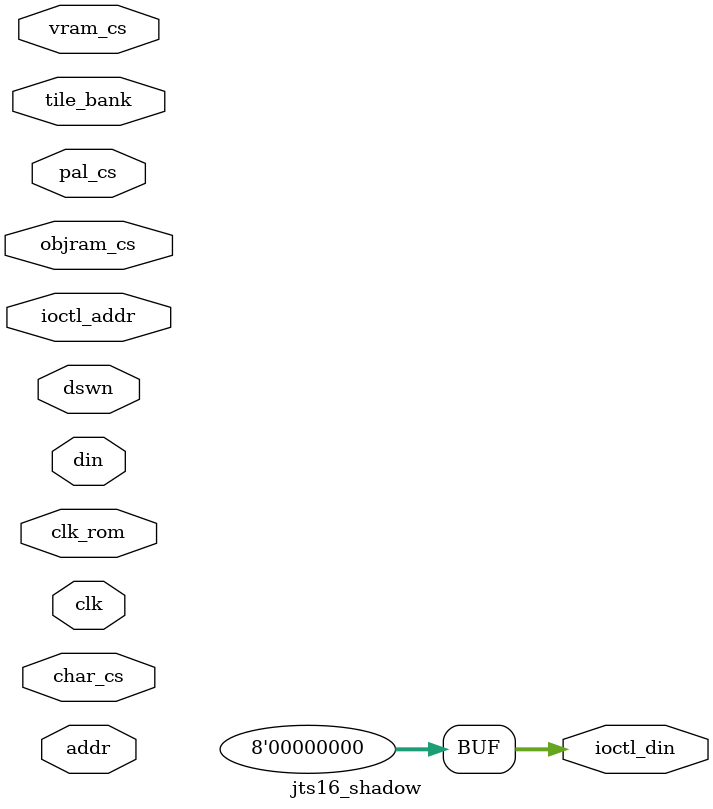
<source format=v>
/*  This file is part of JTS16.
    JTS16 program is free software: you can redistribute it and/or modify
    it under the terms of the GNU General Public License as published by
    the Free Software Foundation, either version 3 of the License, or
    (at your option) any later version.

    JTS16 program is distributed in the hope that it will be useful,
    but WITHOUT ANY WARRANTY; without even the implied warranty of
    MERCHANTABILITY or FITNESS FOR A PARTICULAR PURPOSE.  See the
    GNU General Public License for more details.

    You should have received a copy of the GNU General Public License
    along with JTS16.  If not, see <http://www.gnu.org/licenses/>.

    Author: Jose Tejada Gomez. Twitter: @topapate
    Version: 1.0
    Date: 30-6-2021 */

module jts16_shadow #(parameter VRAMW=14) (
    input             clk,
    input             clk_rom,

    // Capture SDRAM bank 0 inputs
    input   [VRAMW:1] addr,
    input             char_cs,    //  4k
    input             vram_cs,    // 32k
    input             pal_cs,     //  4k
    input             objram_cs,  //  2k
    input      [15:0] din,
    input      [ 1:0] dswn,  // write mask -active low

    input      [ 5:0] tile_bank,

    // Let data be dumped via NVRAM interface
    input      [16:0] ioctl_addr,
    output     [ 7:0] ioctl_din
);

`ifndef MISTER
    assign ioctl_din = 0;
`else

wire [15:0] vram_dout, char_dout, pal_dout, objram_dout;
reg  [15:0] dout, dout_latch;

wire [ 1:0] vram_we   = vram_cs   ? ~dswn : 2'b0;
wire [ 1:0] char_we   = char_cs   ? ~dswn : 2'b0;
wire [ 1:0] pal_we    = pal_cs    ? ~dswn : 2'b0;
wire [ 1:0] objram_we = objram_cs ? ~dswn : 2'b0;

assign ioctl_din = ~ioctl_addr[0] ? dout_latch[15:8] : dout_latch[7:0];

always @(*) begin
    if( VRAMW==14 ) begin
        casez( ioctl_addr[15:11] )
            5'b0???_?: dout = vram_dout;
            5'b1000_?: dout = char_dout;
            5'b1001_?: dout = pal_dout;
            5'b1010_0: dout = objram_dout;
            default:   dout = 16'hffff;
        endcase
    end else begin
        dout = vram_dout;
        if( ioctl_addr[16] ) begin
            casez( ioctl_addr[15:12] )
                4'b0000: dout = char_dout;    // 4kB
                4'b0001: dout = pal_dout;     // 4kB
                4'b0010:
                    dout = ioctl_addr[11] ? {2'd0, tile_bank} : objram_dout;  // 2kB
                default: dout = 16'hffff;
            endcase
        end
    end
end

always @(posedge clk_rom) begin
    if( ioctl_addr[0] )
        dout_latch <= dout;
end

jtframe_dual_ram16 #(.AW(VRAMW)) u_vram(
    .clk0       ( clk       ),
    .clk1       ( clk_rom   ),
    // CPU writes
    .data0      ( din       ),
    .addr0      ( addr      ),
    .we0        ( vram_we   ),
    .q0         (           ),
    // hps_io reads
    .data1      (           ),
    .addr1      ( ioctl_addr[VRAMW:1] ),
    .we1        ( 2'b0      ),
    .q1         ( vram_dout )
);

jtframe_dual_ram16 #(.AW(11)) u_char(
    .clk0       ( clk       ),
    .clk1       ( clk_rom   ),
    // CPU writes
    .data0      ( din       ),
    .addr0      ( addr[11:1]),
    .we0        ( char_we   ),
    .q0         (           ),
    // hps_io reads
    .data1      (           ),
    .addr1      ( ioctl_addr[11:1] ),
    .we1        ( 2'b0      ),
    .q1         ( char_dout )
);

jtframe_dual_ram16 #(.AW(11)) u_pal(
    .clk0       ( clk       ),
    .clk1       ( clk_rom   ),
    // CPU writes
    .data0      ( din       ),
    .addr0      ( addr[11:1]),
    .we0        ( pal_we    ),
    .q0         (           ),
    // hps_io reads
    .data1      (           ),
    .addr1      ( ioctl_addr[11:1] ),
    .we1        ( 2'b0      ),
    .q1         ( pal_dout )
);

jtframe_dual_ram16 #(.AW(10)) u_objram(
    .clk0       ( clk       ),
    .clk1       ( clk_rom   ),
    // CPU writes
    .data0      ( din       ),
    .addr0      ( addr[10:1]),
    .we0        ( objram_we ),
    .q0         (           ),
    // hps_io reads
    .data1      (           ),
    .addr1      ( ioctl_addr[10:1] ),
    .we1        ( 2'b0      ),
    .q1         ( objram_dout )
);

`endif
endmodule
</source>
